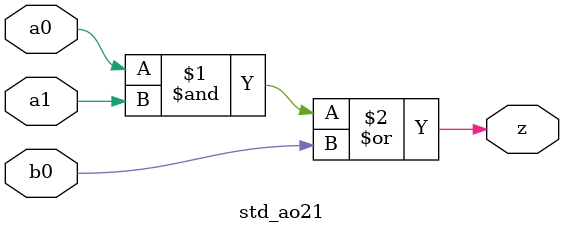
<source format=sv>

module std_ao21 #(parameter DW = 1 ) // array width
(
	input [DW-1:0]  a0,
	input [DW-1:0]  a1,
	input [DW-1:0]  b0, 
	output [DW-1:0] z
);

assign z = (a0 & a1) | b0;

endmodule

</source>
